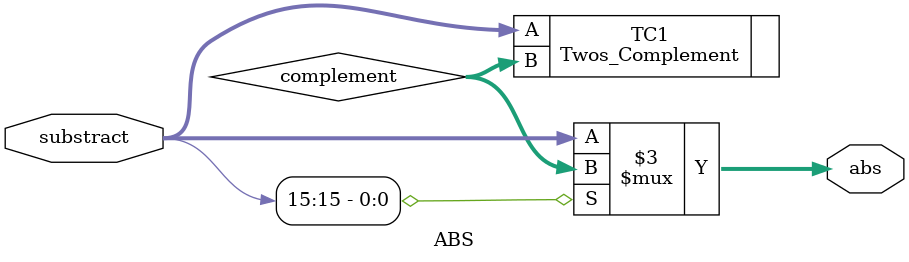
<source format=v>
`timescale 1ns / 1ps
module ABS(
    input [15:0] substract,
	 output reg [15:0] abs
	 );
	 
	 wire [15:0] complement;
	 
	 always @* begin
		 if (substract[15]) abs = complement;
		 else abs = substract;
	 end
	 
	 Twos_Complement TC1 (
		.A(substract),
		.B(complement)
	 );


endmodule

</source>
